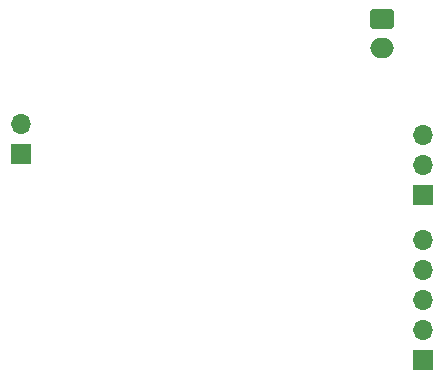
<source format=gbr>
%TF.GenerationSoftware,KiCad,Pcbnew,(7.0.0)*%
%TF.CreationDate,2023-05-12T13:31:26+02:00*%
%TF.ProjectId,funk-transmitter-final,66756e6b-2d74-4726-916e-736d69747465,rev?*%
%TF.SameCoordinates,Original*%
%TF.FileFunction,Soldermask,Top*%
%TF.FilePolarity,Negative*%
%FSLAX46Y46*%
G04 Gerber Fmt 4.6, Leading zero omitted, Abs format (unit mm)*
G04 Created by KiCad (PCBNEW (7.0.0)) date 2023-05-12 13:31:26*
%MOMM*%
%LPD*%
G01*
G04 APERTURE LIST*
G04 Aperture macros list*
%AMRoundRect*
0 Rectangle with rounded corners*
0 $1 Rounding radius*
0 $2 $3 $4 $5 $6 $7 $8 $9 X,Y pos of 4 corners*
0 Add a 4 corners polygon primitive as box body*
4,1,4,$2,$3,$4,$5,$6,$7,$8,$9,$2,$3,0*
0 Add four circle primitives for the rounded corners*
1,1,$1+$1,$2,$3*
1,1,$1+$1,$4,$5*
1,1,$1+$1,$6,$7*
1,1,$1+$1,$8,$9*
0 Add four rect primitives between the rounded corners*
20,1,$1+$1,$2,$3,$4,$5,0*
20,1,$1+$1,$4,$5,$6,$7,0*
20,1,$1+$1,$6,$7,$8,$9,0*
20,1,$1+$1,$8,$9,$2,$3,0*%
G04 Aperture macros list end*
%ADD10RoundRect,0.250000X-0.750000X0.600000X-0.750000X-0.600000X0.750000X-0.600000X0.750000X0.600000X0*%
%ADD11O,2.000000X1.700000*%
%ADD12R,1.700000X1.700000*%
%ADD13O,1.700000X1.700000*%
G04 APERTURE END LIST*
D10*
%TO.C,J2*%
X161475000Y-87000000D03*
D11*
X161474999Y-89499999D03*
%TD*%
D12*
%TO.C,J1*%
X130899999Y-98474999D03*
D13*
X130899999Y-95934999D03*
%TD*%
D12*
%TO.C,J4*%
X164999999Y-115879999D03*
D13*
X164999999Y-113339999D03*
X164999999Y-110799999D03*
X164999999Y-108259999D03*
X164999999Y-105719999D03*
%TD*%
D12*
%TO.C,J5*%
X164999999Y-101899999D03*
D13*
X164999999Y-99359999D03*
X164999999Y-96819999D03*
%TD*%
M02*

</source>
